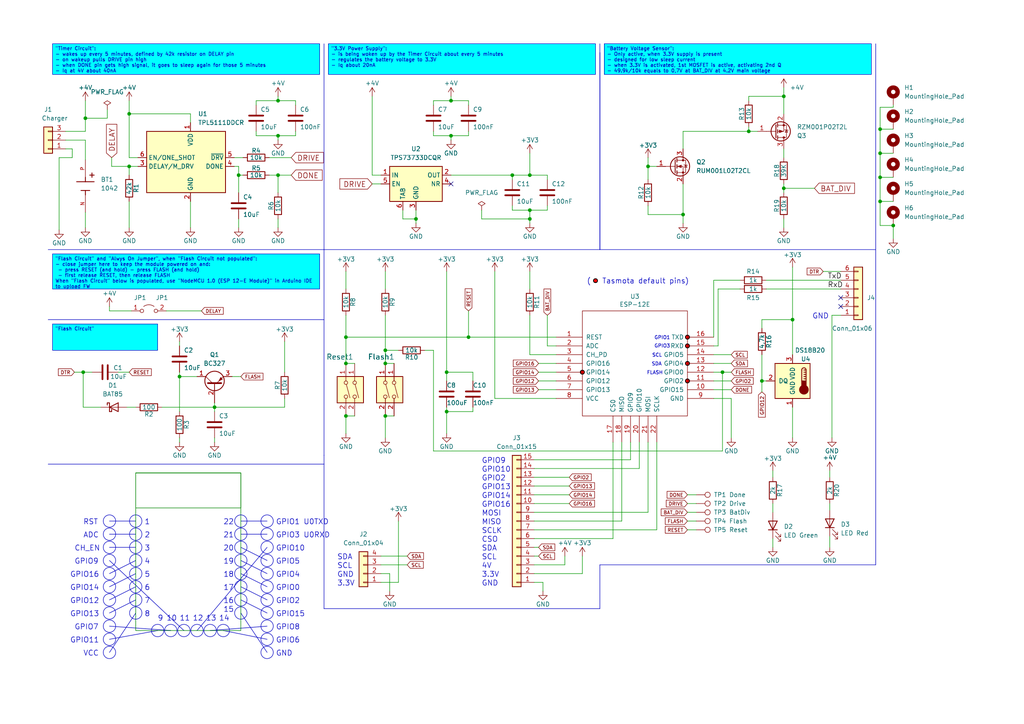
<source format=kicad_sch>
(kicad_sch (version 20230121) (generator eeschema)
  (paper "A4")
  (title_block (title "Long Term Environment Logger (LTEL)") (date "2024-02-28") (rev "2.3") (comment 1 "Thomas Stolt"))
  (junction (at 198.12 62.23))
  (junction (at 37.465 33.02))
  (junction (at 24.765 34.29))
  (junction (at 52.07 109.22))
  (junction (at 69.215 50.8))
  (junction (at 209.55 107.95))
  (junction (at 130.81 29.21))
  (junction (at 220.98 110.49))
  (junction (at 80.645 50.8))
  (junction (at 229.87 92.71))
  (junction (at 24.13 107.95))
  (junction (at 135.89 97.79))
  (junction (at 255.27 37.465))
  (junction (at 153.67 63.5))
  (junction (at 255.27 51.435))
  (junction (at 80.645 39.37))
  (junction (at 37.465 48.26))
  (junction (at 255.27 44.45))
  (junction (at 111.76 101.6))
  (junction (at 100.33 105.41))
  (junction (at 111.76 105.41))
  (junction (at 217.17 38.1))
  (junction (at 129.54 119.38))
  (junction (at 153.67 60.96))
  (junction (at 130.81 39.37))
  (junction (at 227.33 27.94))
  (junction (at 111.76 120.65))
  (junction (at 100.33 97.79))
  (junction (at 153.67 50.8))
  (junction (at 62.23 118.11))
  (junction (at 129.54 107.95))
  (junction (at 259.08 65.405))
  (junction (at 148.59 50.8))
  (junction (at 80.645 29.21))
  (junction (at 120.65 63.5))
  (junction (at 255.27 58.42))
  (junction (at 187.96 48.26))
  (junction (at 100.33 120.65))
  (junction (at 227.33 54.61))
  (no_connect (at 243.84 88.9))
  (no_connect (at 130.81 53.34))
  (no_connect (at 243.84 86.36))
  (wire (pts (xy 55.245 33.02) (xy 55.245 35.56)))
  (wire (pts (xy 220.98 92.71) (xy 220.98 95.25)))
  (wire (pts (xy 153.67 78.74) (xy 153.67 83.82)))
  (wire (pts (xy 148.59 52.07) (xy 148.59 50.8)))
  (polyline (pts (xy 31.75 162.56) (xy 53.34 182.88)))
  (wire (pts (xy 217.17 38.1) (xy 219.71 38.1)))
  (wire (pts (xy 154.94 133.35) (xy 182.88 133.35)))
  (wire (pts (xy 207.01 110.49) (xy 212.09 110.49)))
  (wire (pts (xy 255.27 44.45) (xy 259.08 44.45)))
  (wire (pts (xy 157.48 168.91) (xy 157.48 171.45)))
  (wire (pts (xy 125.73 38.1) (xy 125.73 39.37)))
  (polyline (pts (xy 69.85 154.94) (xy 77.47 154.94)))
  (wire (pts (xy 222.25 83.82) (xy 243.84 83.82)))
  (polyline (pts (xy 31.75 170.18) (xy 39.37 166.37)))
  (wire (pts (xy 107.95 53.34) (xy 110.49 53.34)))
  (wire (pts (xy 20.955 43.18) (xy 19.05 43.18)))
  (wire (pts (xy 190.5 153.67) (xy 154.94 153.67)))
  (wire (pts (xy 198.12 43.18) (xy 198.12 38.1)))
  (wire (pts (xy 207.01 102.87) (xy 212.09 102.87)))
  (polyline (pts (xy 31.75 189.23) (xy 39.37 177.8)))
  (wire (pts (xy 70.485 50.8) (xy 69.215 50.8)))
  (wire (pts (xy 52.07 109.22) (xy 52.07 107.95)))
  (wire (pts (xy 100.33 91.44) (xy 100.33 97.79)))
  (wire (pts (xy 153.67 44.45) (xy 153.67 50.8)))
  (wire (pts (xy 52.07 99.06) (xy 52.07 100.33)))
  (wire (pts (xy 139.7 60.96) (xy 139.7 63.5)))
  (wire (pts (xy 255.27 44.45) (xy 255.27 51.435)))
  (wire (pts (xy 125.73 39.37) (xy 130.81 39.37)))
  (wire (pts (xy 115.57 168.91) (xy 115.57 151.13)))
  (wire (pts (xy 80.645 29.21) (xy 85.725 29.21)))
  (polyline (pts (xy 173.99 15.24) (xy 173.99 72.39)))
  (wire (pts (xy 120.65 60.96) (xy 120.65 63.5)))
  (wire (pts (xy 177.8 128.27) (xy 177.8 156.21)))
  (polyline (pts (xy 31.75 158.75) (xy 39.37 158.75)))
  (wire (pts (xy 199.39 146.05) (xy 201.93 146.05)))
  (polyline (pts (xy 173.99 163.83) (xy 254 163.83)))
  (wire (pts (xy 135.89 39.37) (xy 135.89 38.1)))
  (wire (pts (xy 227.33 53.34) (xy 227.33 54.61)))
  (wire (pts (xy 207.01 81.28) (xy 214.63 81.28)))
  (polyline (pts (xy 254 72.39) (xy 254 163.83)))
  (wire (pts (xy 31.115 34.29) (xy 24.765 34.29)))
  (wire (pts (xy 37.465 33.02) (xy 55.245 33.02)))
  (wire (pts (xy 52.07 109.22) (xy 57.15 109.22)))
  (wire (pts (xy 24.765 61.595) (xy 24.765 66.04)))
  (wire (pts (xy 130.81 27.94) (xy 130.81 29.21)))
  (wire (pts (xy 168.91 166.37) (xy 168.91 161.29)))
  (wire (pts (xy 110.49 168.91) (xy 115.57 168.91)))
  (wire (pts (xy 217.17 27.94) (xy 227.33 27.94)))
  (wire (pts (xy 199.39 148.59) (xy 201.93 148.59)))
  (wire (pts (xy 224.155 146.05) (xy 224.155 148.59)))
  (wire (pts (xy 240.665 155.575) (xy 240.665 158.75)))
  (wire (pts (xy 125.73 130.81) (xy 125.73 101.6)))
  (polyline (pts (xy 13.97 134.62) (xy 93.98 134.62)))
  (wire (pts (xy 80.645 50.8) (xy 84.455 50.8)))
  (wire (pts (xy 17.145 66.675) (xy 17.145 45.72)))
  (wire (pts (xy 31.115 31.75) (xy 31.115 34.29)))
  (wire (pts (xy 156.21 107.95) (xy 161.29 107.95)))
  (wire (pts (xy 69.215 50.8) (xy 69.215 48.26)))
  (wire (pts (xy 120.65 63.5) (xy 120.65 64.77)))
  (wire (pts (xy 187.96 52.07) (xy 187.96 48.26)))
  (wire (pts (xy 153.67 60.96) (xy 158.75 60.96)))
  (wire (pts (xy 100.33 120.65) (xy 102.87 120.65)))
  (wire (pts (xy 17.145 45.72) (xy 20.955 45.72)))
  (wire (pts (xy 62.23 116.84) (xy 62.23 118.11)))
  (polyline (pts (xy 13.97 92.71) (xy 93.98 92.71)))
  (wire (pts (xy 156.21 110.49) (xy 161.29 110.49)))
  (polyline (pts (xy 77.47 181.61) (xy 60.96 182.88)))
  (wire (pts (xy 259.08 31.115) (xy 255.27 31.115)))
  (wire (pts (xy 154.94 161.29) (xy 156.21 161.29)))
  (wire (pts (xy 111.76 78.74) (xy 111.76 83.82)))
  (wire (pts (xy 187.96 48.26) (xy 190.5 48.26)))
  (polyline (pts (xy 69.85 177.8) (xy 77.47 189.23)))
  (wire (pts (xy 100.33 78.74) (xy 100.33 83.82)))
  (wire (pts (xy 129.54 107.95) (xy 137.16 107.95)))
  (wire (pts (xy 185.42 128.27) (xy 185.42 135.89)))
  (wire (pts (xy 20.955 45.72) (xy 20.955 43.18)))
  (wire (pts (xy 154.94 143.51) (xy 165.1 143.51)))
  (wire (pts (xy 209.55 107.95) (xy 212.09 107.95)))
  (wire (pts (xy 111.76 120.65) (xy 114.3 120.65)))
  (wire (pts (xy 137.16 118.11) (xy 137.16 119.38)))
  (wire (pts (xy 220.98 110.49) (xy 222.25 110.49)))
  (wire (pts (xy 156.21 105.41) (xy 161.29 105.41)))
  (wire (pts (xy 100.33 97.79) (xy 135.89 97.79)))
  (wire (pts (xy 198.12 62.23) (xy 198.12 64.77)))
  (wire (pts (xy 78.105 45.72) (xy 84.455 45.72)))
  (wire (pts (xy 255.27 58.42) (xy 255.27 65.405)))
  (wire (pts (xy 129.54 119.38) (xy 129.54 125.73)))
  (wire (pts (xy 161.29 100.33) (xy 158.75 100.33)))
  (wire (pts (xy 100.33 97.79) (xy 100.33 105.41)))
  (wire (pts (xy 227.33 25.4) (xy 227.33 27.94)))
  (wire (pts (xy 55.245 58.42) (xy 55.245 66.04)))
  (polyline (pts (xy 31.75 185.42) (xy 45.72 182.88)))
  (wire (pts (xy 153.67 91.44) (xy 153.67 102.87)))
  (wire (pts (xy 182.88 128.27) (xy 182.88 133.35)))
  (wire (pts (xy 255.27 31.115) (xy 255.27 37.465)))
  (wire (pts (xy 74.295 39.37) (xy 80.645 39.37)))
  (wire (pts (xy 31.75 90.17) (xy 38.1 90.17)))
  (wire (pts (xy 37.465 50.8) (xy 37.465 48.26)))
  (wire (pts (xy 154.94 168.91) (xy 157.48 168.91)))
  (wire (pts (xy 36.83 118.11) (xy 39.37 118.11)))
  (wire (pts (xy 129.54 107.95) (xy 129.54 78.74)))
  (wire (pts (xy 80.645 39.37) (xy 85.725 39.37)))
  (polyline (pts (xy 31.75 177.8) (xy 39.37 173.99)))
  (wire (pts (xy 129.54 110.49) (xy 129.54 107.95)))
  (wire (pts (xy 110.49 161.29) (xy 118.11 161.29)))
  (polyline (pts (xy 31.75 166.37) (xy 39.37 162.56)))
  (wire (pts (xy 227.33 43.18) (xy 227.33 45.72)))
  (wire (pts (xy 100.33 125.73) (xy 100.33 120.65)))
  (wire (pts (xy 199.39 151.13) (xy 201.93 151.13)))
  (polyline (pts (xy 77.47 185.42) (xy 64.77 182.88)))
  (wire (pts (xy 177.8 156.21) (xy 154.94 156.21)))
  (polyline (pts (xy 69.85 166.37) (xy 77.47 170.18)))
  (wire (pts (xy 238.76 78.74) (xy 243.84 78.74)))
  (wire (pts (xy 129.54 119.38) (xy 137.16 119.38)))
  (wire (pts (xy 19.05 38.1) (xy 24.765 38.1)))
  (wire (pts (xy 255.27 51.435) (xy 259.08 51.435)))
  (polyline (pts (xy 173.99 163.83) (xy 173.99 176.53)))
  (wire (pts (xy 74.295 38.1) (xy 74.295 39.37)))
  (wire (pts (xy 148.59 60.96) (xy 153.67 60.96)))
  (polyline (pts (xy 173.99 72.39) (xy 254 72.39)))
  (wire (pts (xy 185.42 135.89) (xy 154.94 135.89)))
  (wire (pts (xy 125.73 130.81) (xy 209.55 130.81)))
  (polyline (pts (xy 69.85 170.18) (xy 77.47 173.99)))
  (wire (pts (xy 158.75 50.8) (xy 158.75 52.07)))
  (polyline (pts (xy 93.98 12.7) (xy 93.98 72.39)))
  (wire (pts (xy 198.12 38.1) (xy 217.17 38.1)))
  (wire (pts (xy 24.13 118.11) (xy 29.21 118.11)))
  (wire (pts (xy 180.34 151.13) (xy 154.94 151.13)))
  (wire (pts (xy 220.98 102.87) (xy 220.98 110.49)))
  (wire (pts (xy 227.33 54.61) (xy 227.33 55.88)))
  (wire (pts (xy 255.27 37.465) (xy 255.27 44.45)))
  (wire (pts (xy 67.945 48.26) (xy 69.215 48.26)))
  (wire (pts (xy 125.73 29.21) (xy 130.81 29.21)))
  (wire (pts (xy 24.13 107.95) (xy 24.13 118.11)))
  (wire (pts (xy 241.3 91.44) (xy 241.3 127)))
  (polyline (pts (xy 173.99 12.7) (xy 173.99 72.39)))
  (wire (pts (xy 62.23 118.11) (xy 82.55 118.11)))
  (wire (pts (xy 207.01 107.95) (xy 209.55 107.95)))
  (wire (pts (xy 129.54 118.11) (xy 129.54 119.38)))
  (polyline (pts (xy 13.97 72.39) (xy 93.98 72.39)))
  (wire (pts (xy 111.76 120.65) (xy 111.76 127)))
  (wire (pts (xy 110.49 163.83) (xy 118.11 163.83)))
  (wire (pts (xy 163.83 163.83) (xy 163.83 161.29)))
  (wire (pts (xy 74.295 29.21) (xy 80.645 29.21)))
  (wire (pts (xy 207.01 100.33) (xy 208.28 100.33)))
  (wire (pts (xy 111.76 105.41) (xy 114.3 105.41)))
  (wire (pts (xy 100.33 105.41) (xy 102.87 105.41)))
  (wire (pts (xy 229.87 118.11) (xy 229.87 127)))
  (wire (pts (xy 74.295 30.48) (xy 74.295 29.21)))
  (wire (pts (xy 255.27 51.435) (xy 255.27 58.42)))
  (wire (pts (xy 153.67 63.5) (xy 153.67 64.77)))
  (wire (pts (xy 31.75 88.9) (xy 31.75 90.17)))
  (wire (pts (xy 255.27 37.465) (xy 259.08 37.465)))
  (wire (pts (xy 154.94 138.43) (xy 165.1 138.43)))
  (wire (pts (xy 107.95 27.94) (xy 107.95 50.8)))
  (polyline (pts (xy 93.98 132.08) (xy 93.98 176.53)))
  (wire (pts (xy 24.765 40.64) (xy 24.765 46.355)))
  (wire (pts (xy 62.23 127) (xy 62.23 128.27)))
  (wire (pts (xy 153.67 60.96) (xy 153.67 63.5)))
  (wire (pts (xy 80.645 66.04) (xy 80.645 63.5)))
  (wire (pts (xy 217.17 36.83) (xy 217.17 38.1)))
  (wire (pts (xy 227.33 54.61) (xy 236.22 54.61)))
  (wire (pts (xy 209.55 107.95) (xy 209.55 130.81)))
  (polyline (pts (xy 31.75 173.99) (xy 39.37 170.18)))
  (wire (pts (xy 212.09 115.57) (xy 212.09 127)))
  (wire (pts (xy 240.665 136.525) (xy 240.665 138.43)))
  (wire (pts (xy 69.215 63.5) (xy 69.215 66.04)))
  (wire (pts (xy 156.21 113.03) (xy 161.29 113.03)))
  (polyline (pts (xy 69.85 158.75) (xy 77.47 162.56)))
  (wire (pts (xy 37.465 29.21) (xy 37.465 33.02)))
  (wire (pts (xy 137.16 107.95) (xy 137.16 110.49)))
  (wire (pts (xy 37.465 45.72) (xy 37.465 33.02)))
  (polyline (pts (xy 69.85 162.56) (xy 77.47 166.37)))
  (wire (pts (xy 222.25 81.28) (xy 243.84 81.28)))
  (wire (pts (xy 80.645 50.8) (xy 80.645 55.88)))
  (polyline (pts (xy 31.75 151.13) (xy 39.37 151.13)))
  (polyline (pts (xy 69.85 173.99) (xy 77.47 177.8)))
  (wire (pts (xy 85.725 29.21) (xy 85.725 30.48)))
  (wire (pts (xy 78.105 50.8) (xy 80.645 50.8)))
  (wire (pts (xy 207.01 97.79) (xy 207.01 81.28)))
  (wire (pts (xy 243.84 91.44) (xy 241.3 91.44)))
  (wire (pts (xy 24.13 107.95) (xy 26.67 107.95)))
  (wire (pts (xy 113.03 166.37) (xy 113.03 171.45)))
  (wire (pts (xy 187.96 62.23) (xy 198.12 62.23)))
  (wire (pts (xy 158.75 100.33) (xy 158.75 91.44)))
  (wire (pts (xy 111.76 91.44) (xy 111.76 101.6)))
  (wire (pts (xy 240.665 147.955) (xy 240.665 146.05)))
  (wire (pts (xy 143.51 115.57) (xy 161.29 115.57)))
  (wire (pts (xy 62.23 118.11) (xy 46.99 118.11)))
  (polyline (pts (xy 254 12.7) (xy 254 72.39)))
  (wire (pts (xy 217.17 29.21) (xy 217.17 27.94)))
  (wire (pts (xy 207.01 115.57) (xy 212.09 115.57)))
  (wire (pts (xy 139.7 63.5) (xy 153.67 63.5)))
  (wire (pts (xy 82.55 118.11) (xy 82.55 115.57)))
  (wire (pts (xy 111.76 101.6) (xy 115.57 101.6)))
  (wire (pts (xy 21.59 107.95) (xy 24.13 107.95)))
  (wire (pts (xy 52.07 109.22) (xy 52.07 119.38)))
  (wire (pts (xy 180.34 128.27) (xy 180.34 151.13)))
  (wire (pts (xy 125.73 101.6) (xy 123.19 101.6)))
  (wire (pts (xy 259.08 30.48) (xy 259.08 31.115)))
  (wire (pts (xy 82.55 99.06) (xy 82.55 107.95)))
  (wire (pts (xy 154.94 158.75) (xy 156.21 158.75)))
  (wire (pts (xy 208.28 83.82) (xy 214.63 83.82)))
  (wire (pts (xy 153.67 50.8) (xy 158.75 50.8)))
  (wire (pts (xy 207.01 113.03) (xy 212.09 113.03)))
  (wire (pts (xy 199.39 143.51) (xy 201.93 143.51)))
  (wire (pts (xy 187.96 128.27) (xy 187.96 148.59)))
  (wire (pts (xy 229.87 92.71) (xy 229.87 102.87)))
  (wire (pts (xy 85.725 39.37) (xy 85.725 38.1)))
  (polyline (pts (xy 31.75 181.61) (xy 49.53 182.88)))
  (polyline (pts (xy 77.47 158.75) (xy 57.15 182.88)))
  (wire (pts (xy 207.01 105.41) (xy 212.09 105.41)))
  (polyline (pts (xy 31.75 154.94) (xy 39.37 154.94)))
  (wire (pts (xy 80.645 27.94) (xy 80.645 29.21)))
  (wire (pts (xy 125.73 30.48) (xy 125.73 29.21)))
  (wire (pts (xy 67.945 45.72) (xy 70.485 45.72)))
  (wire (pts (xy 227.33 27.94) (xy 227.33 33.02)))
  (wire (pts (xy 69.215 55.88) (xy 69.215 50.8)))
  (wire (pts (xy 148.59 59.69) (xy 148.59 60.96)))
  (wire (pts (xy 135.89 90.17) (xy 135.89 97.79)))
  (wire (pts (xy 143.51 78.74) (xy 143.51 115.57)))
  (polyline (pts (xy 93.98 72.39) (xy 93.98 132.08)))
  (wire (pts (xy 62.23 118.11) (xy 62.23 119.38)))
  (wire (pts (xy 227.33 63.5) (xy 227.33 66.04)))
  (wire (pts (xy 32.385 45.72) (xy 32.385 48.26)))
  (wire (pts (xy 135.89 29.21) (xy 135.89 30.48)))
  (wire (pts (xy 110.49 166.37) (xy 113.03 166.37)))
  (wire (pts (xy 116.84 63.5) (xy 120.65 63.5)))
  (wire (pts (xy 24.765 29.21) (xy 24.765 34.29)))
  (wire (pts (xy 111.76 101.6) (xy 111.76 105.41)))
  (wire (pts (xy 208.28 100.33) (xy 208.28 83.82)))
  (wire (pts (xy 107.95 50.8) (xy 110.49 50.8)))
  (wire (pts (xy 32.385 48.26) (xy 37.465 48.26)))
  (wire (pts (xy 224.155 156.21) (xy 224.155 158.75)))
  (wire (pts (xy 255.27 58.42) (xy 259.08 58.42)))
  (wire (pts (xy 48.26 90.17) (xy 58.42 90.17)))
  (wire (pts (xy 224.155 136.525) (xy 224.155 138.43)))
  (wire (pts (xy 130.81 39.37) (xy 130.81 40.64)))
  (wire (pts (xy 154.94 166.37) (xy 168.91 166.37)))
  (wire (pts (xy 190.5 128.27) (xy 190.5 153.67)))
  (wire (pts (xy 135.89 97.79) (xy 161.29 97.79)))
  (wire (pts (xy 153.67 102.87) (xy 161.29 102.87)))
  (wire (pts (xy 24.765 40.64) (xy 19.05 40.64)))
  (wire (pts (xy 220.98 92.71) (xy 229.87 92.71)))
  (polyline (pts (xy 69.85 151.13) (xy 77.47 151.13)))
  (polyline (pts (xy 93.98 72.39) (xy 173.99 72.39)))
  (wire (pts (xy 148.59 50.8) (xy 153.67 50.8)))
  (wire (pts (xy 37.465 48.26) (xy 40.005 48.26)))
  (wire (pts (xy 116.84 60.96) (xy 116.84 63.5)))
  (wire (pts (xy 187.96 45.72) (xy 187.96 48.26)))
  (wire (pts (xy 220.98 110.49) (xy 220.98 113.665)))
  (wire (pts (xy 34.29 107.95) (xy 37.465 107.95)))
  (wire (pts (xy 187.96 59.69) (xy 187.96 62.23)))
  (wire (pts (xy 259.08 65.405) (xy 259.08 69.215)))
  (wire (pts (xy 154.94 140.97) (xy 165.1 140.97)))
  (wire (pts (xy 154.94 163.83) (xy 163.83 163.83)))
  (wire (pts (xy 255.27 65.405) (xy 259.08 65.405)))
  (wire (pts (xy 154.94 146.05) (xy 165.1 146.05)))
  (wire (pts (xy 187.96 148.59) (xy 154.94 148.59)))
  (wire (pts (xy 158.75 60.96) (xy 158.75 59.69)))
  (wire (pts (xy 24.765 34.29) (xy 24.765 38.1)))
  (wire (pts (xy 37.465 66.04) (xy 37.465 58.42)))
  (wire (pts (xy 67.31 109.22) (xy 69.85 109.22)))
  (wire (pts (xy 52.07 127) (xy 52.07 128.27)))
  (wire (pts (xy 40.005 45.72) (xy 37.465 45.72)))
  (wire (pts (xy 199.39 153.67) (xy 201.93 153.67)))
  (wire (pts (xy 80.645 39.37) (xy 80.645 40.64)))
  (wire (pts (xy 198.12 53.34) (xy 198.12 62.23)))
  (wire (pts (xy 229.87 77.47) (xy 229.87 92.71)))
  (wire (pts (xy 130.81 50.8) (xy 148.59 50.8)))
  (polyline (pts (xy 93.98 176.53) (xy 173.99 176.53)))
  (wire (pts (xy 130.81 29.21) (xy 135.89 29.21)))
  (wire (pts (xy 130.81 39.37) (xy 135.89 39.37)))
  (circle (center 31.75 181.61) (radius 1.7961))
  (circle (center 69.85 177.8) (radius 1.7961))
  (circle (center 31.75 173.99) (radius 1.7961))
  (circle (center 39.37 151.13) (radius 1.7961))
  (circle (center 31.75 177.8) (radius 1.7961))
  (circle (center 49.53 182.88) (radius 1.7961))
  (rectangle (start 39.37 137.16) (end 69.85 147.32) (stroke (width 0) (color 0 132 0 1)))
  (circle (center 77.47 173.99) (radius 1.7961))
  (circle (center 31.75 162.56) (radius 1.7961))
  (circle (center 77.47 181.61) (radius 1.7961))
  (circle (center 69.85 154.94) (radius 1.7961))
  (circle (center 69.85 173.99) (radius 1.7961))
  (circle (center 39.37 170.18) (radius 1.7961))
  (circle (center 77.47 189.23) (radius 1.7961))
  (circle (center 77.47 154.94) (radius 1.7961))
  (circle (center 64.77 182.88) (radius 1.7961))
  (circle (center 57.15 182.88) (radius 1.7961))
  (circle (center 31.75 166.37) (radius 1.7961))
  (circle (center 39.37 158.75) (radius 1.7961))
  (circle (center 77.47 158.75) (radius 1.7961))
  (circle (center 31.75 185.42) (radius 1.7961))
  (circle (center 199.39 105.41) (radius 0.568) (stroke (width 0.25) (color 0 0 0 1)) (fill (type color) (color 255 0 0 1)))
  (circle (center 69.85 166.37) (radius 1.7961))
  (circle (center 39.37 177.8) (radius 1.7961))
  (circle (center 31.75 151.13) (radius 1.7961))
  (circle (center 77.47 170.18) (radius 1.7961))
  (circle (center 39.37 166.37) (radius 1.7961))
  (circle (center 172.72 81.407) (radius 0.568) (stroke (width 0.25) (color 0 0 0 1)) (fill (type color) (color 255 0 0 1)))
  (circle (center 69.85 158.75) (radius 1.7961))
  (circle (center 69.85 151.13) (radius 1.7961))
  (circle (center 199.39 100.33) (radius 0.568) (stroke (width 0.25) (color 0 0 0 1)) (fill (type color) (color 255 0 0 1)))
  (circle (center 39.37 162.56) (radius 1.7961))
  (circle (center 77.47 177.8) (radius 1.7961))
  (circle (center 77.47 166.37) (radius 1.7961))
  (circle (center 45.72 182.88) (radius 1.7961))
  (circle (center 77.47 151.13) (radius 1.7961))
  (circle (center 31.75 189.23) (radius 1.7961))
  (circle (center 60.96 182.88) (radius 1.7961))
  (circle (center 39.37 173.99) (radius 1.7961))
  (circle (center 53.34 182.88) (radius 1.7961))
  (circle (center 77.47 162.56) (radius 1.7961))
  (circle (center 39.37 154.94) (radius 1.7961))
  (circle (center 69.85 170.18) (radius 1.7961))
  (circle (center 69.85 162.56) (radius 1.7961))
  (circle (center 199.39 110.49) (radius 0.568) (stroke (width 0.25) (color 0 0 0 1)) (fill (type color) (color 255 0 0 1)))
  (rectangle (start 39.37 137.16) (end 69.85 182.88) (stroke (width 0) (color 0 132 0 1)))
  (circle (center 31.75 158.75) (radius 1.7961))
  (circle (center 199.39 97.79) (radius 0.568) (stroke (width 0.25) (color 0 0 0 1)) (fill (type color) (color 255 0 0 1)))
  (circle (center 77.47 185.42) (radius 1.7961))
  (circle (center 31.75 154.94) (radius 1.7961))
  (circle (center 31.75 170.18) (radius 1.7961))
  (circle (center 168.91 107.95) (radius 0.568) (stroke (width 0.25) (color 0 0 0 1)) (fill (type color) (color 255 0 0 1)))
  (text_box "\"Battery Voltage Sensor\":\n- Only active, when 3.3V supply is present\n- designed for low sleep current\n- when 3.3V is activated, 1st MOSFET is active, activating 2nd Q\n- 49.9k/10k equals to 0,7V at BAT_DIV at 4.2V main voltage" (at 175.26 12.7 0) (size 77.47 8.89) (fill (type color) (color 0 255 255 1)) (effects (font (size 1 1)) (justify left top)))
  (text_box "\"Timer Circuit\":\n- wakes up every 5 minutes, defined by 42k resistor on DELAY pin\n- on wakeup pulls DRIVE pin high\n- when DONE pin gets high signal, it goes to sleep again for those 5 minutes\n- Iq at 4V about 40nA" (at 15.24 12.7 0) (size 77.47 8.89) (fill (type color) (color 0 255 255 1)) (effects (font (size 1 1)) (justify left top)))
  (text_box "\"3.3V Power Supply\":\n- is being woken up by the Timer Circuit about every 5 minutes\n- regulates the battery voltage to 3.3V\n- Iq about 20nA" (at 95.25 12.7 0) (size 77.47 8.89) (fill (type color) (color 0 255 255 1)) (effects (font (size 1 1)) (justify left top)))
  (text_box "\"Flash Circuit\" and \"Alwys On Jumper\", when \"Flash Circuit not populated\":\n- close jumper here to keep the module powered on and:\n - press RESET (and hold) - press FLASH (and hold)\n - first release RESET, then release FLASH\nWhen \"Flash Circuit\" below is populated, use \"NodeMCU 1.0 (ESP 12-E Module)\" in Arduino IDE to upload FW" (at 15.24 73.66 0) (size 77.47 10.16) (fill (type color) (color 0 255 255 1)) (effects (font (size 1 1)) (justify left top)))
  (text_box "\"Flash Circuit\"" (at 15.24 93.98 0) (size 30.48 7.62) (fill (type color) (color 0 255 255 1)) (effects (font (size 1 1)) (justify left top)))
  (text "GPIO1" (at 189.738 98.679 0) (effects (font (size 1 1)) (justify left bottom)))
  (text "5" (at 41.91 167.64 0) (effects (font (size 1.524 1.524)) (justify left bottom)))
  (text "4" (at 41.91 163.83 0) (effects (font (size 1.524 1.524)) (justify left bottom)))
  (text "6" (at 41.91 171.45 0) (effects (font (size 1.524 1.524)) (justify left bottom)))
  (text "GPIO14" (at 139.7 144.78 0) (effects (font (size 1.524 1.524)) (justify left bottom)))
  (text "14" (at 63.5 180.34 0) (effects (font (size 1.524 1.524)) (justify left bottom)))
  (text "13" (at 59.69 180.34 0) (effects (font (size 1.524 1.524)) (justify left bottom)))
  (text "3" (at 41.91 160.02 0) (effects (font (size 1.524 1.524)) (justify left bottom)))
  (text "16" (at 64.77 175.26 0) (effects (font (size 1.524 1.524)) (justify left bottom)))
  (text "GPIO1 U0TXD" (at 80.01 152.4 0) (effects (font (size 1.524 1.524)) (justify left bottom)))
  (text "GPIO8" (at 80.01 182.88 0) (effects (font (size 1.524 1.524)) (justify left bottom)))
  (text "15" (at 64.77 177.8 0) (effects (font (size 1.524 1.524)) (justify left bottom)))
  (text "11" (at 52.07 180.34 0) (effects (font (size 1.524 1.524)) (justify left bottom)))
  (text "GPIO4" (at 80.01 167.64 0) (effects (font (size 1.524 1.524)) (justify left bottom)))
  (text "GPIO13" (at 20.32 179.07 0) (effects (font (size 1.524 1.524)) (justify left bottom)))
  (text "GPIO16" (at 139.7 147.32 0) (effects (font (size 1.524 1.524)) (justify left bottom)))
  (text "(   Tasmota default pins)" (at 170.18 82.55 0) (effects (font (size 1.5 1.5)) (justify left bottom)))
  (text "GPIO9" (at 21.59 163.83 0) (effects (font (size 1.524 1.524)) (justify left bottom)))
  (text "1" (at 41.91 152.4 0) (effects (font (size 1.524 1.524)) (justify left bottom)))
  (text "GPIO7" (at 21.59 182.88 0) (effects (font (size 1.524 1.524)) (justify left bottom)))
  (text "GPIO16" (at 20.32 167.64 0) (effects (font (size 1.524 1.524)) (justify left bottom)))
  (text "12" (at 55.88 180.34 0) (effects (font (size 1.524 1.524)) (justify left bottom)))
  (text "GND" (at 139.7 170.18 0) (effects (font (size 1.524 1.524)) (justify left bottom)))
  (text "GPIO2" (at 139.7 139.7 0) (effects (font (size 1.524 1.524)) (justify left bottom)))
  (text "SDA" (at 139.7 160.02 0) (effects (font (size 1.524 1.524)) (justify left bottom)))
  (text "FLASH" (at 187.579 108.839 0) (effects (font (size 1 1)) (justify left bottom)))
  (text "GND" (at 80.01 190.5 0) (effects (font (size 1.524 1.524)) (justify left bottom)))
  (text "7" (at 41.91 175.26 0) (effects (font (size 1.524 1.524)) (justify left bottom)))
  (text "GPIO9" (at 139.7 134.62 0) (effects (font (size 1.524 1.524)) (justify left bottom)))
  (text "GPIO6" (at 80.01 186.69 0) (effects (font (size 1.524 1.524)) (justify left bottom)))
  (text "GPIO0" (at 80.01 171.45 0) (effects (font (size 1.524 1.524)) (justify left bottom)))
  (text "22" (at 64.77 152.4 0) (effects (font (size 1.524 1.524)) (justify left bottom)))
  (text "SDA" (at 97.79 162.56 0) (effects (font (size 1.524 1.524)) (justify left bottom)))
  (text "MISO" (at 139.7 152.4 0) (effects (font (size 1.524 1.524)) (justify left bottom)))
  (text "SCL" (at 189.103 103.759 0) (effects (font (size 1 1)) (justify left bottom)))
  (text "18" (at 64.77 167.64 0) (effects (font (size 1.524 1.524)) (justify left bottom)))
  (text "20" (at 64.77 160.02 0) (effects (font (size 1.524 1.524)) (justify left bottom)))
  (text "SDA" (at 188.976 106.299 0) (effects (font (size 1 1)) (justify left bottom)))
  (text "GPIO15" (at 80.01 179.07 0) (effects (font (size 1.524 1.524)) (justify left bottom)))
  (text "GPIO10" (at 80.01 160.02 0) (effects (font (size 1.524 1.524)) (justify left bottom)))
  (text "CH_EN" (at 21.59 160.02 0) (effects (font (size 1.524 1.524)) (justify left bottom)))
  (text "17" (at 64.77 171.45 0) (effects (font (size 1.524 1.524)) (justify left bottom)))
  (text "SCL" (at 97.79 165.1 0) (effects (font (size 1.524 1.524)) (justify left bottom)))
  (text "GPIO14" (at 20.32 171.45 0) (effects (font (size 1.524 1.524)) (justify left bottom)))
  (text "21" (at 64.77 156.21 0) (effects (font (size 1.524 1.524)) (justify left bottom)))
  (text "VCC" (at 24.13 190.5 0) (effects (font (size 1.524 1.524)) (justify left bottom)))
  (text "10" (at 48.26 180.34 0) (effects (font (size 1.524 1.524)) (justify left bottom)))
  (text "GPIO11" (at 20.32 186.69 0) (effects (font (size 1.524 1.524)) (justify left bottom)))
  (text "9" (at 45.72 180.34 0) (effects (font (size 1.524 1.524)) (justify left bottom)))
  (text "GPIO5" (at 80.01 163.83 0) (effects (font (size 1.524 1.524)) (justify left bottom)))
  (text "CSO" (at 139.7 157.48 0) (effects (font (size 1.524 1.524)) (justify left bottom)))
  (text "4V" (at 139.7 165.1 0) (effects (font (size 1.524 1.524)) (justify left bottom)))
  (text "MOSI" (at 139.7 149.86 0) (effects (font (size 1.524 1.524)) (justify left bottom)))
  (text "3.3V" (at 139.7 167.64 0) (effects (font (size 1.524 1.524)) (justify left bottom)))
  (text "SCL" (at 139.7 162.56 0) (effects (font (size 1.524 1.524)) (justify left bottom)))
  (text "3.3V" (at 97.79 170.18 0) (effects (font (size 1.524 1.524)) (justify left bottom)))
  (text "GPIO10" (at 139.7 137.16 0) (effects (font (size 1.524 1.524)) (justify left bottom)))
  (text "19" (at 64.77 163.83 0) (effects (font (size 1.524 1.524)) (justify left bottom)))
  (text "SCLK" (at 139.7 154.94 0) (effects (font (size 1.524 1.524)) (justify left bottom)))
  (text "2" (at 41.91 156.21 0) (effects (font (size 1.524 1.524)) (justify left bottom)))
  (text "8" (at 41.91 179.07 0) (effects (font (size 1.524 1.524)) (justify left bottom)))
  (text "GPIO3" (at 189.738 101.092 0) (effects (font (size 1 1)) (justify left bottom)))
  (text "GPIO3 U0RXD" (at 80.01 156.21 0) (effects (font (size 1.524 1.524)) (justify left bottom)))
  (text "GPIO12" (at 20.32 175.26 0) (effects (font (size 1.524 1.524)) (justify left bottom)))
  (text "GPIO13" (at 139.7 142.24 0) (effects (font (size 1.524 1.524)) (justify left bottom)))
  (text "ADC" (at 24.13 156.21 0) (effects (font (size 1.524 1.524)) (justify left bottom)))
  (text "GND" (at 235.585 92.71 0) (effects (font (size 1.524 1.524)) (justify left bottom)))
  (text "RST" (at 24.13 152.4 0) (effects (font (size 1.524 1.524)) (justify left bottom)))
  (text "GND" (at 97.79 167.64 0) (effects (font (size 1.524 1.524)) (justify left bottom)))
  (text "GPIO2" (at 80.01 175.26 0) (effects (font (size 1.524 1.524)) (justify left bottom)))
  (label "TxD" (at 240.03 81.28 0) (effects (font (size 1.524 1.524))))
  (label "RxD" (at 240.03 83.82 0) (effects (font (size 1.524 1.524))))
  (global_label "DRIVE" (shape input) (at 84.455 45.72 0) (effects (font (size 1.524 1.524))) (property "Intersheetrefs" "${INTERSHEET_REFS}" (effects hide)))
  (global_label "FLASH" (shape input) (at 212.09 107.95 0) (effects (font (size 1 1))) (property "Intersheetrefs" "${INTERSHEET_REFS}" (effects hide)))
  (global_label "DONE" (shape input) (at 199.39 143.51 180) (effects (font (size 1 1))) (property "Intersheetrefs" "${INTERSHEET_REFS}" (effects hide)))
  (global_label "DRIVE" (shape input) (at 199.39 146.05 180) (effects (font (size 1 1))) (property "Intersheetrefs" "${INTERSHEET_REFS}" (effects hide)))
  (global_label "SCL" (shape input) (at 118.11 163.83 0) (effects (font (size 1 1))) (property "Intersheetrefs" "${INTERSHEET_REFS}" (effects hide)))
  (global_label "GPIO12" (shape input) (at 220.98 113.665 270) (effects (font (size 1 1))) (property "Intersheetrefs" "${INTERSHEET_REFS}" (effects hide)))
  (global_label "GPIO16" (shape input) (at 165.1 146.05 0) (effects (font (size 1 1))) (property "Intersheetrefs" "${INTERSHEET_REFS}" (effects hide)))
  (global_label "SDA" (shape input) (at 156.21 158.75 0) (effects (font (size 1 1))) (property "Intersheetrefs" "${INTERSHEET_REFS}" (effects hide)))
  (global_label "SDA" (shape input) (at 212.09 105.41 0) (effects (font (size 1 1))) (property "Intersheetrefs" "${INTERSHEET_REFS}" (effects hide)))
  (global_label "GPIO16" (shape input) (at 156.21 105.41 180) (effects (font (size 1 1))) (property "Intersheetrefs" "${INTERSHEET_REFS}" (effects hide)))
  (global_label "GPIO13" (shape input) (at 165.1 140.97 0) (effects (font (size 1 1))) (property "Intersheetrefs" "${INTERSHEET_REFS}" (effects hide)))
  (global_label "GPIO12" (shape input) (at 156.21 110.49 180) (effects (font (size 1 1))) (property "Intersheetrefs" "${INTERSHEET_REFS}" (effects hide)))
  (global_label "BAT_DIV" (shape input) (at 236.22 54.61 0) (effects (font (size 1.524 1.524))) (property "Intersheetrefs" "${INTERSHEET_REFS}" (effects hide)))
  (global_label "DTR" (shape input) (at 238.76 78.74 180) (effects (font (size 1 1))) (property "Intersheetrefs" "${INTERSHEET_REFS}" (effects hide)))
  (global_label "DTR" (shape input) (at 21.59 107.95 180) (effects (font (size 1 1))) (property "Intersheetrefs" "${INTERSHEET_REFS}" (effects hide)))
  (global_label "BAT_DIV" (shape input) (at 199.39 148.59 180) (effects (font (size 1 1))) (property "Intersheetrefs" "${INTERSHEET_REFS}" (effects hide)))
  (global_label "GPIO14" (shape input) (at 156.21 107.95 180) (effects (font (size 1 1))) (property "Intersheetrefs" "${INTERSHEET_REFS}" (effects hide)))
  (global_label "DELAY" (shape input) (at 32.385 45.72 90) (effects (font (size 1.524 1.524))) (property "Intersheetrefs" "${INTERSHEET_REFS}" (effects hide)))
  (global_label "DONE" (shape input) (at 84.455 50.8 0) (effects (font (size 1.524 1.524))) (property "Intersheetrefs" "${INTERSHEET_REFS}" (effects hide)))
  (global_label "DRIVE" (shape input) (at 107.95 53.34 180) (effects (font (size 1.524 1.524))) (property "Intersheetrefs" "${INTERSHEET_REFS}" (effects hide)))
  (global_label "RESET" (shape input) (at 199.39 153.67 180) (effects (font (size 1 1))) (property "Intersheetrefs" "${INTERSHEET_REFS}" (effects hide)))
  (global_label "FLASH" (shape input) (at 199.39 151.13 180) (effects (font (size 1 1))) (property "Intersheetrefs" "${INTERSHEET_REFS}" (effects hide)))
  (global_label "SDA" (shape input) (at 118.11 161.29 0) (effects (font (size 1 1))) (property "Intersheetrefs" "${INTERSHEET_REFS}" (effects hide)))
  (global_label "RESET" (shape input) (at 37.465 107.95 0) (effects (font (size 1 1))) (property "Intersheetrefs" "${INTERSHEET_REFS}" (effects hide)))
  (global_label "SCL" (shape input) (at 212.09 102.87 0) (effects (font (size 1 1))) (property "Intersheetrefs" "${INTERSHEET_REFS}" (effects hide)))
  (global_label "SCL" (shape input) (at 156.21 161.29 0) (effects (font (size 1 1))) (property "Intersheetrefs" "${INTERSHEET_REFS}" (effects hide)))
  (global_label "RESET" (shape input) (at 135.89 90.17 90) (effects (font (size 1 1))) (property "Intersheetrefs" "${INTERSHEET_REFS}" (effects hide)))
  (global_label "DELAY" (shape input) (at 58.42 90.17 0) (effects (font (size 1 1))) (property "Intersheetrefs" "${INTERSHEET_REFS}" (effects hide)))
  (global_label "GPIO2" (shape input) (at 165.1 138.43 0) (effects (font (size 1 1))) (property "Intersheetrefs" "${INTERSHEET_REFS}" (effects hide)))
  (global_label "GPIO2" (shape input) (at 212.09 110.49 0) (effects (font (size 1 1))) (property "Intersheetrefs" "${INTERSHEET_REFS}" (effects hide)))
  (global_label "GPIO14" (shape input) (at 165.1 143.51 0) (effects (font (size 1 1))) (property "Intersheetrefs" "${INTERSHEET_REFS}" (effects hide)))
  (global_label "BAT_DIV" (shape input) (at 158.75 91.44 90) (effects (font (size 1 1))) (property "Intersheetrefs" "${INTERSHEET_REFS}" (effects hide)))
  (global_label "GPIO13" (shape input) (at 156.21 113.03 180) (effects (font (size 1 1))) (property "Intersheetrefs" "${INTERSHEET_REFS}" (effects hide)))
  (global_label "DONE" (shape input) (at 212.09 113.03 0) (effects (font (size 1 1))) (property "Intersheetrefs" "${INTERSHEET_REFS}" (effects hide)))
  (global_label "FLASH" (shape input) (at 69.85 109.22 0) (effects (font (size 1 1))) (property "Intersheetrefs" "${INTERSHEET_REFS}" (effects hide)))
  (symbol (lib_name "+3.3V-power_5") (lib_id "ltl-rescue:+3.3V-power") (at 143.51 78.74 0) (unit 1)
    (property "Reference" "#PWR028" (effects hide))
    (property "Value" "+3.3V" (at 143.51 75.184 0))
  )
  (symbol (lib_id "power:GND") (at 100.33 125.73 0) (unit 1)
    (property "Reference" "#PWR017" (effects hide))
    (property "Value" "GND" (at 100.33 129.54 0))
  )
  (symbol (lib_id "power:GND") (at 111.76 127 0) (unit 1)
    (property "Reference" "#PWR020" (effects hide))
    (property "Value" "GND" (at 111.76 130.81 0))
  )
  (symbol (lib_name "+3.3V-power_2") (lib_id "ltl-rescue:+3.3V-power") (at 100.33 78.74 0) (unit 1)
    (property "Reference" "#PWR016" (effects hide))
    (property "Value" "+3.3V" (at 100.33 75.184 0))
  )
  (symbol (lib_name "+3.3V-power_3") (lib_id "ltl-rescue:+3.3V-power") (at 111.76 78.74 0) (unit 1)
    (property "Reference" "#PWR019" (effects hide))
    (property "Value" "+3.3V" (at 111.76 75.184 0))
  )
  (symbol (lib_name "R_8") (lib_id "ltl-rescue:R") (at 100.33 87.63 0) (unit 1)
    (property "Reference" "R8" (at 102.362 87.63 90))
    (property "Value" "10k" (at 100.33 87.63 90))
    (property "Footprint" "Resistor_THT:R_Axial_DIN0207_L6.3mm_D2.5mm_P10.16mm_Horizontal" (effects hide))
  )
  (symbol (lib_name "R_9") (lib_id "ltl-rescue:R") (at 111.76 87.63 0) (unit 1)
    (property "Reference" "R9" (at 113.792 87.63 90))
    (property "Value" "10k" (at 111.76 87.63 90))
    (property "Footprint" "Resistor_THT:R_Axial_DIN0207_L6.3mm_D2.5mm_P10.16mm_Horizontal" (effects hide))
  )
  (symbol (lib_id "ltl-rescue:R") (at 119.38 101.6 270) (unit 1)
    (property "Reference" "R10" (at 119.38 103.632 90))
    (property "Value" "10k" (at 119.38 101.6 90))
    (property "Footprint" "Resistor_THT:R_Axial_DIN0207_L6.3mm_D2.5mm_P10.16mm_Horizontal" (effects hide))
  )
  (symbol (lib_id "power:GND") (at 212.09 127 0) (unit 1)
    (property "Reference" "#PWR037" (effects hide))
    (property "Value" "GND" (at 212.09 130.81 0))
  )
  (symbol (lib_id "ltl-rescue:DS18B20") (at 229.87 110.49 0) (mirror y) (unit 1)
    (property "Reference" "U4" (at 233.68 104.14 0))
    (property "Value" "DS18B20" (at 234.95 101.6 0))
    (property "Footprint" "Package_TO_SOT_THT:TO-92" (effects hide))
  )
  (symbol (lib_id "power:GND") (at 229.87 127 0) (unit 1)
    (property "Reference" "#PWR043" (effects hide))
    (property "Value" "GND" (at 229.87 130.81 0))
  )
  (symbol (lib_name "+3.3V-power_7") (lib_id "ltl-rescue:+3.3V-power") (at 229.87 77.47 0) (unit 1)
    (property "Reference" "#PWR042" (effects hide))
    (property "Value" "+3.3V" (at 229.87 73.914 0))
  )
  (symbol (lib_name "R_11") (lib_id "ltl-rescue:R") (at 220.98 99.06 0) (unit 1)
    (property "Reference" "R16" (at 223.012 99.06 90))
    (property "Value" "4,7k" (at 220.98 99.06 90))
    (property "Footprint" "Resistor_THT:R_Axial_DIN0207_L6.3mm_D2.5mm_P10.16mm_Horizontal" (effects hide))
  )
  (symbol (lib_id "power:GND") (at 241.3 127 0) (unit 1)
    (property "Reference" "#PWR046" (effects hide))
    (property "Value" "GND" (at 241.3 130.81 0))
  )
  (symbol (lib_id "ltl-rescue:ESP-12E-ESP8266") (at 184.15 105.41 0) (unit 1)
    (property "Reference" "U3" (at 184.15 85.979 0))
    (property "Value" "ESP-12E" (at 184.15 88.2904 0))
    (property "Footprint" "ESP8266MOD:ESP8266MOD" (effects hide))
    (property "Datasheet" "http://l0l.org.uk/2014/12/esp8266-modules-hardware-guide-gotta-catch-em-all/" (effects hide))
  )
  (symbol (lib_id "Device:R") (at 218.44 81.28 270) (unit 1)
    (property "Reference" "R14" (at 218.44 78.74 90))
    (property "Value" "1k" (at 218.44 81.28 90))
    (property "Footprint" "Resistor_THT:R_Axial_DIN0207_L6.3mm_D2.5mm_P10.16mm_Horizontal" (effects hide))
  )
  (symbol (lib_id "Device:R") (at 218.44 83.82 270) (unit 1)
    (property "Reference" "R15" (at 218.44 86.36 90))
    (property "Value" "1k" (at 218.44 83.82 90))
    (property "Footprint" "Resistor_THT:R_Axial_DIN0207_L6.3mm_D2.5mm_P10.16mm_Horizontal" (effects hide))
  )
  (symbol (lib_name "SW_DIP_x02_LTL_1") (lib_id "LTL:SW_DIP_x02_LTL") (at 101.6 113.03 270) (unit 1)
    (property "Reference" "Reset1" (at 94.615 103.505 90) (effects (font (size 1.524 1.524)) (justify left)))
    (property "Value" "Reset" (at 94.615 103.505 90) (effects (font (size 1.524 1.524)) (justify left)))
    (property "Footprint" "Button_Switch_THT:SW_PUSH_6mm" (effects hide))
  )
  (symbol (lib_id "LTL:SW_DIP_x02_LTL") (at 113.03 113.03 270) (unit 1)
    (property "Reference" "Flash1" (at 106.68 103.505 90) (effects (font (size 1.524 1.524)) (justify left)))
    (property "Value" "Flash" (at 106.68 103.505 90) (effects (font (size 1.524 1.524)) (justify left)))
    (property "Footprint" "Button_Switch_THT:SW_PUSH_6mm" (effects hide))
  )
  (symbol (lib_name "+3.3V-power_2") (lib_id "ltl-rescue:+3.3V-power") (at 52.07 99.06 0) (unit 1)
    (property "Reference" "#PWR07" (effects hide))
    (property "Value" "+3.3V" (at 52.07 95.504 0))
  )
  (symbol (lib_id "Connector:TestPoint") (at 201.93 148.59 270) (unit 1)
    (property "Reference" "TP3" (at 207.01 148.59 90) (effects (justify left)))
    (property "Value" "BatDiv" (at 211.455 148.59 90) (effects (justify left)))
    (property "Footprint" "TestPoint:TestPoint_Loop_D1.80mm_Drill1.0mm_Beaded" (effects hide))
  )
  (symbol (lib_name "R_11") (lib_id "ltl-rescue:R") (at 240.665 142.24 0) (unit 1)
    (property "Reference" "R20" (at 242.697 142.24 90))
    (property "Value" "2k" (at 240.665 142.24 90))
    (property "Footprint" "Resistor_THT:R_Axial_DIN0207_L6.3mm_D2.5mm_P10.16mm_Horizontal" (effects hide))
  )
  (symbol (lib_name "R_3") (lib_id "ltl-rescue:R") (at 37.465 54.61 0) (unit 1)
    (property "Reference" "R1" (at 39.497 54.61 90))
    (property "Value" "42k" (at 37.465 54.61 90))
    (property "Footprint" "Resistor_THT:R_Axial_DIN0207_L6.3mm_D2.5mm_P10.16mm_Horizontal" (effects hide))
  )
  (symbol (lib_id "Mechanical:MountingHole_Pad") (at 259.08 41.91 0) (unit 1)
    (property "Reference" "H3" (at 262.255 39.37 0) (effects (justify left)))
    (property "Value" "MountingHole_Pad" (at 262.255 41.91 0) (effects (justify left)))
    (property "Footprint" "MountingHole:MountingHole_3.2mm_M3_Pad_Via" (effects hide))
  )
  (symbol (lib_id "power:GND") (at 55.245 66.04 0) (unit 1)
    (property "Reference" "#PWR09" (effects hide))
    (property "Value" "GND" (at 55.245 69.85 0))
  )
  (symbol (lib_name "+3.3V-power_1") (lib_id "ltl-rescue:+3.3V-power") (at 187.96 45.72 0) (unit 1)
    (property "Reference" "#PWR035" (effects hide))
    (property "Value" "+3.3V" (at 187.96 42.164 0))
  )
  (symbol (lib_name "R_4") (lib_id "ltl-rescue:R") (at 52.07 123.19 0) (unit 1)
    (property "Reference" "R3" (at 54.102 123.19 90))
    (property "Value" "100" (at 52.07 123.19 90))
    (property "Footprint" "Resistor_THT:R_Axial_DIN0207_L6.3mm_D2.5mm_P10.16mm_Horizontal" (effects hide))
  )
  (symbol (lib_id "power:+4V") (at 37.465 29.21 0) (unit 1)
    (property "Reference" "#PWR05" (effects hide))
    (property "Value" "+4V" (at 37.465 25.4 0))
  )
  (symbol (lib_id "Transistor_FET:RZM001P02T2L") (at 224.79 38.1 0) (mirror x) (unit 1)
    (property "Reference" "Q3" (at 231.14 39.37 0) (effects (justify left)))
    (property "Value" "RZM001P02T2L" (at 231.14 36.83 0) (effects (justify left)))
    (property "Footprint" "Package_TO_SOT_SMD:SOT-723" (effects hide))
    (property "Datasheet" "https://fscdn.rohm.com/en/products/databook/datasheet/discrete/transistor/mosfet/rzm001p02t2l-e.pdf" (effects hide))
  )
  (symbol (lib_id "power:GND") (at 153.67 64.77 0) (unit 1)
    (property "Reference" "#PWR030" (effects hide))
    (property "Value" "GND" (at 153.67 68.58 0))
  )
  (symbol (lib_id "Regulator_Linear:TPS73733DCQR") (at 120.65 53.34 0) (unit 1)
    (property "Reference" "U2" (at 120.65 43.18 0))
    (property "Value" "TPS73733DCQR" (at 120.65 45.72 0))
    (property "Footprint" "Package_TO_SOT_SMD:SOT-223-6" (effects hide))
    (property "Datasheet" "https://www.ti.com/lit/gpn/TPS737" (effects hide))
  )
  (symbol (lib_name "R_4") (lib_id "ltl-rescue:R") (at 43.18 118.11 270) (unit 1)
    (property "Reference" "R2" (at 43.18 120.142 90))
    (property "Value" "100" (at 43.18 118.11 90))
    (property "Footprint" "Resistor_THT:R_Axial_DIN0207_L6.3mm_D2.5mm_P10.16mm_Horizontal" (effects hide))
  )
  (symbol (lib_id "power:+4V") (at 24.765 29.21 0) (unit 1)
    (property "Reference" "#PWR02" (effects hide))
    (property "Value" "+4V" (at 24.765 25.4 0))
  )
  (symbol (lib_id "power:GND") (at 37.465 66.04 0) (unit 1)
    (property "Reference" "#PWR06" (effects hide))
    (property "Value" "GND" (at 37.465 69.85 0))
  )
  (symbol (lib_id "Device:C") (at 52.07 104.14 0) (unit 1)
    (property "Reference" "C2" (at 53.34 101.6 0) (effects (justify left)))
    (property "Value" "10uF" (at 53.34 106.68 0) (effects (justify left)))
    (property "Footprint" "Capacitor_SMD:C_1206_3216Metric" (effects hide))
  )
  (symbol (lib_id "Connector:TestPoint") (at 201.93 151.13 270) (unit 1)
    (property "Reference" "TP4" (at 207.01 151.13 90) (effects (justify left)))
    (property "Value" "Flash" (at 211.455 151.13 90) (effects (justify left)))
    (property "Footprint" "TestPoint:TestPoint_Loop_D1.80mm_Drill1.0mm_Beaded" (effects hide))
  )
  (symbol (lib_id "Connector:TestPoint") (at 201.93 146.05 270) (unit 1)
    (property "Reference" "TP2" (at 207.01 146.05 90) (effects (justify left)))
    (property "Value" "Drive" (at 211.455 146.05 90) (effects (justify left)))
    (property "Footprint" "TestPoint:TestPoint_Loop_D1.80mm_Drill1.0mm_Beaded" (effects hide))
  )
  (symbol (lib_id "power:+4V") (at 130.81 27.94 0) (unit 1)
    (property "Reference" "#PWR026" (effects hide))
    (property "Value" "+4V" (at 130.81 24.13 0))
  )
  (symbol (lib_name "+3.3V-power_2") (lib_id "ltl-rescue:+3.3V-power") (at 82.55 99.06 0) (unit 1)
    (property "Reference" "#PWR015" (effects hide))
    (property "Value" "+3.3V" (at 82.55 95.504 0))
  )
  (symbol (lib_id "power:GND") (at 62.23 128.27 0) (unit 1)
    (property "Reference" "#PWR010" (effects hide))
    (property "Value" "GND" (at 62.23 132.08 0))
  )
  (symbol (lib_id "Connector_Generic:Conn_01x03") (at 13.97 40.64 180) (unit 1)
    (property "Reference" "J1" (at 13.97 31.75 0))
    (property "Value" "Charger" (at 15.875 34.29 0))
    (property "Footprint" "Connector_PinHeader_2.54mm:PinHeader_1x03_P2.54mm_Vertical" (effects hide))
  )
  (symbol (lib_name "R_4") (lib_id "ltl-rescue:R") (at 82.55 111.76 180) (unit 1)
    (property "Reference" "R7" (at 80.518 111.76 90))
    (property "Value" "10k" (at 82.55 111.76 90))
    (property "Footprint" "Resistor_THT:R_Axial_DIN0207_L6.3mm_D2.5mm_P10.16mm_Horizontal" (effects hide))
  )
  (symbol (lib_id "power:GND") (at 80.645 66.04 0) (unit 1)
    (property "Reference" "#PWR014" (effects hide))
    (property "Value" "GND" (at 80.645 69.85 0))
  )
  (symbol (lib_id "power:PWR_FLAG") (at 31.115 31.75 0) (unit 1)
    (property "Reference" "#FLG01" (effects hide))
    (property "Value" "PWR_FLAG" (at 31.115 26.67 0))
  )
  (symbol (lib_id "Timer:TPL5111") (at 55.245 48.26 0) (unit 1)
    (property "Reference" "U1" (at 57.4391 33.02 0) (effects (justify left)))
    (property "Value" "TPL5111DDCR" (at 57.4391 35.56 0) (effects (justify left)))
    (property "Footprint" "Package_TO_SOT_SMD:SOT-23-6" (effects hide))
    (property "Datasheet" "http://www.ti.com/lit/ds/symlink/tpl5111.pdf" (effects hide))
  )
  (symbol (lib_id "Device:C") (at 158.75 55.88 0) (unit 1)
    (property "Reference" "C12" (at 160.02 53.34 0) (effects (justify left)))
    (property "Value" "100nF" (at 160.02 58.42 0) (effects (justify left)))
    (property "Footprint" "Capacitor_THT:C_Disc_D5.0mm_W2.5mm_P5.00mm" (effects hide))
  )
  (symbol (lib_id "Jumper:Jumper_2_Open") (at 43.18 90.17 0) (unit 1)
    (property "Reference" "JP1" (at 46.99 86.36 0))
    (property "Value" "JP1" (at 40.64 86.36 0))
    (property "Footprint" "Connector_PinHeader_2.54mm:PinHeader_1x02_P2.54mm_Vertical" (effects hide))
  )
  (symbol (lib_name "R_11") (lib_id "ltl-rescue:R") (at 224.155 142.24 0) (unit 1)
    (property "Reference" "R17" (at 226.187 142.24 90))
    (property "Value" "2k" (at 224.155 142.24 90))
    (property "Footprint" "Resistor_THT:R_Axial_DIN0207_L6.3mm_D2.5mm_P10.16mm_Horizontal" (effects hide))
  )
  (symbol (lib_id "Mechanical:MountingHole_Pad") (at 259.08 55.88 0) (unit 1)
    (property "Reference" "H5" (at 262.255 53.34 0) (effects (justify left)))
    (property "Value" "MountingHole_Pad" (at 262.255 55.88 0) (effects (justify left)))
    (property "Footprint" "MountingHole:MountingHole_3.2mm_M3_Pad_Via" (effects hide))
  )
  (symbol (lib_name "R_10") (lib_id "ltl-rescue:R") (at 153.67 87.63 0) (unit 1)
    (property "Reference" "R11" (at 155.702 87.63 90))
    (property "Value" "10k" (at 153.67 87.63 90))
    (property "Footprint" "Resistor_THT:R_Axial_DIN0207_L6.3mm_D2.5mm_P10.16mm_Horizontal" (effects hide))
  )
  (symbol (lib_id "power:GND") (at 227.33 66.04 0) (unit 1)
    (property "Reference" "#PWR041" (effects hide))
    (property "Value" "GND" (at 227.33 69.85 0))
  )
  (symbol (lib_id "power:GND") (at 157.48 171.45 0) (unit 1)
    (property "Reference" "#PWR032" (effects hide))
    (property "Value" "GND" (at 157.48 175.26 0))
  )
  (symbol (lib_id "power:GND") (at 113.03 171.45 0) (unit 1)
    (property "Reference" "#PWR021" (effects hide))
    (property "Value" "GND" (at 113.03 175.26 0))
  )
  (symbol (lib_id "Diode:BAT85") (at 33.02 118.11 0) (unit 1)
    (property "Reference" "D1" (at 32.7025 111.76 0))
    (property "Value" "BAT85" (at 32.7025 114.3 0))
    (property "Footprint" "Diode_THT:D_DO-35_SOD27_P7.62mm_Horizontal" (effects hide))
    (property "Datasheet" "https://assets.nexperia.com/documents/data-sheet/BAT85.pdf" (effects hide))
  )
  (symbol (lib_id "power:GND") (at 80.645 40.64 0) (unit 1)
    (property "Reference" "#PWR013" (effects hide))
    (property "Value" "GND" (at 80.645 44.45 0))
  )
  (symbol (lib_id "Device:C") (at 148.59 55.88 0) (unit 1)
    (property "Reference" "C11" (at 149.86 53.34 0) (effects (justify left)))
    (property "Value" "10uF" (at 149.86 58.42 0) (effects (justify left)))
    (property "Footprint" "Capacitor_THT:CP_Radial_D5.0mm_P2.00mm" (effects hide))
  )
  (symbol (lib_name "R_4") (lib_id "ltl-rescue:R") (at 80.645 59.69 180) (unit 1)
    (property "Reference" "R6" (at 78.613 59.69 90))
    (property "Value" "10k" (at 80.645 59.69 90))
    (property "Footprint" "Resistor_THT:R_Axial_DIN0207_L6.3mm_D2.5mm_P10.16mm_Horizontal" (effects hide))
  )
  (symbol (lib_name "+3.3V-power_6") (lib_id "ltl-rescue:+3.3V-power") (at 153.67 78.74 0) (unit 1)
    (property "Reference" "#PWR031" (effects hide))
    (property "Value" "+3.3V" (at 153.67 75.184 0))
  )
  (symbol (lib_name "+3.3V-power_4") (lib_id "ltl-rescue:+3.3V-power") (at 129.54 78.74 0) (unit 1)
    (property "Reference" "#PWR024" (effects hide))
    (property "Value" "+3.3V" (at 129.54 75.184 0))
  )
  (symbol (lib_id "Device:C") (at 135.89 34.29 0) (unit 1)
    (property "Reference" "C9" (at 137.16 31.75 0) (effects (justify left)))
    (property "Value" "100nF" (at 137.16 36.83 0) (effects (justify left)))
    (property "Footprint" "Capacitor_THT:C_Disc_D5.0mm_W2.5mm_P5.00mm" (effects hide))
  )
  (symbol (lib_id "keystone_18650:1042") (at 24.765 53.975 270) (unit 1)
    (property "Reference" "BT1" (at 29.21 52.07 90) (effects (justify left)))
    (property "Value" "1042" (at 29.21 54.61 90) (effects (justify left)))
    (property "Footprint" "keystone_18650:BAT_1042" (effects hide))
    (property "PARTREV" "E" (effects hide))
    (property "MANUFACTURER" "Keystone" (effects hide))
    (property "SNAPEDA_PN" "1042" (effects hide))
    (property "MAXIMUM_PACKAGE_HEIGHT" "15.11mm" (effects hide))
    (property "STANDARD" "Manufacturer Recommendations" (effects hide))
  )
  (symbol (lib_id "Device:C") (at 129.54 114.3 0) (unit 1)
    (property "Reference" "C8" (at 129.54 111.76 0) (effects (justify left)))
    (property "Value" "100uF" (at 129.54 116.84 0) (effects (justify left)))
    (property "Footprint" "Capacitor_THT:CP_Radial_D5.0mm_P2.00mm" (effects hide))
  )
  (symbol (lib_id "power:GND") (at 120.65 64.77 0) (unit 1)
    (property "Reference" "#PWR023" (effects hide))
    (property "Value" "GND" (at 120.65 68.58 0))
  )
  (symbol (lib_id "Transistor_FET:RUM001L02T2CL") (at 195.58 48.26 0) (unit 1)
    (property "Reference" "Q2" (at 201.93 46.99 0) (effects (justify left)))
    (property "Value" "RUM001L02T2CL" (at 201.93 49.53 0) (effects (justify left)))
    (property "Footprint" "Package_TO_SOT_SMD:SOT-723" (effects hide))
    (property "Datasheet" "https://www.rohm.com/datasheet?p=RUM001L02&dist=Mouser&media=referral&source=mouser.com&campaign=Mouser" (effects hide))
  )
  (symbol (lib_name "R_13") (lib_id "ltl-rescue:R") (at 217.17 33.02 180) (unit 1)
    (property "Reference" "R13" (at 215.138 33.02 90))
    (property "Value" "10k" (at 217.17 33.02 90))
    (property "Footprint" "Resistor_THT:R_Axial_DIN0207_L6.3mm_D2.5mm_P10.16mm_Horizontal" (effects hide))
  )
  (symbol (lib_name "R_1") (lib_id "ltl-rescue:R") (at 74.295 45.72 90) (unit 1)
    (property "Reference" "R4" (at 74.295 43.688 90))
    (property "Value" "10k" (at 74.295 45.72 90))
    (property "Footprint" "Resistor_THT:R_Axial_DIN0207_L6.3mm_D2.5mm_P10.16mm_Horizontal" (effects hide))
  )
  (symbol (lib_id "Mechanical:MountingHole_Pad") (at 259.08 27.94 0) (unit 1)
    (property "Reference" "H1" (at 262.255 25.4 0) (effects (justify left)))
    (property "Value" "MountingHole_Pad" (at 262.255 27.94 0) (effects (justify left)))
    (property "Footprint" "MountingHole:MountingHole_3.2mm_M3_Pad_Via" (effects hide))
  )
  (symbol (lib_id "Connector:TestPoint") (at 201.93 143.51 270) (unit 1)
    (property "Reference" "TP1" (at 207.01 143.51 90) (effects (justify left)))
    (property "Value" "Done" (at 211.455 143.51 90) (effects (justify left)))
    (property "Footprint" "TestPoint:TestPoint_Loop_D1.80mm_Drill1.0mm_Beaded" (effects hide))
  )
  (symbol (lib_id "Connector_Generic:Conn_01x04") (at 105.41 166.37 180) (unit 1)
    (property "Reference" "J2" (at 105.41 154.94 0))
    (property "Value" "Conn_01x04" (at 105.41 157.48 0))
    (property "Footprint" "Connector_PinHeader_2.54mm:PinHeader_1x04_P2.54mm_Vertical" (effects hide))
  )
  (symbol (lib_name "+3.3V-power_3") (lib_id "ltl-rescue:+3.3V-power") (at 168.91 161.29 0) (unit 1)
    (property "Reference" "#PWR034" (effects hide))
    (property "Value" "+3.3V" (at 168.91 157.48 0))
  )
  (symbol (lib_name "+3.3V-power_8") (lib_id "ltl-rescue:+3.3V-power") (at 153.67 44.45 0) (unit 1)
    (property "Reference" "#PWR029" (effects hide))
    (property "Value" "+3.3V" (at 153.67 40.64 0))
  )
  (symbol (lib_id "Transistor_BJT:BC327") (at 62.23 111.76 90) (unit 1)
    (property "Reference" "Q1" (at 62.23 102.87 90))
    (property "Value" "BC327" (at 62.23 105.41 90))
    (property "Footprint" "Package_TO_SOT_THT:TO-92_Inline_Wide" (effects hide))
    (property "Datasheet" "http://www.onsemi.com/pub_link/Collateral/BC327-D.PDF" (effects hide))
  )
  (symbol (lib_id "power:+4V") (at 31.75 88.9 0) (unit 1)
    (property "Reference" "#PWR04" (effects hide))
    (property "Value" "+4V" (at 31.75 85.09 0))
  )
  (symbol (lib_id "power:GND") (at 17.145 66.675 0) (unit 1)
    (property "Reference" "#PWR01" (effects hide))
    (property "Value" "GND" (at 17.145 70.485 0))
  )
  (symbol (lib_id "power:GND") (at 24.765 66.04 0) (unit 1)
    (property "Reference" "#PWR03" (effects hide))
    (property "Value" "GND" (at 24.765 69.85 0))
  )
  (symbol (lib_id "Device:C") (at 69.215 59.69 0) (unit 1)
    (property "Reference" "C4" (at 70.485 57.15 0) (effects (justify left)))
    (property "Value" "10uF" (at 70.485 62.23 0) (effects (justify left)))
    (property "Footprint" "Capacitor_THT:CP_Radial_D5.0mm_P2.00mm" (effects hide))
  )
  (symbol (lib_id "power:GND") (at 240.665 158.75 0) (unit 1)
    (property "Reference" "#PWR045" (effects hide))
    (property "Value" "GND" (at 240.665 162.56 0))
  )
  (symbol (lib_name "+3.3V-power_5") (lib_id "ltl-rescue:+3.3V-power") (at 224.155 136.525 0) (unit 1)
    (property "Reference" "#PWR038" (effects hide))
    (property "Value" "+3.3V" (at 224.155 132.969 0))
  )
  (symbol (lib_id "power:+4V") (at 240.665 136.525 0) (unit 1)
    (property "Reference" "#PWR044" (effects hide))
    (property "Value" "+4V" (at 240.665 132.715 0))
  )
  (symbol (lib_id "Device:LED") (at 240.665 151.765 90) (unit 1)
    (property "Reference" "D3" (at 243.84 152.0825 90) (effects (justify right)))
    (property "Value" "LED Red" (at 243.84 154.6225 90) (effects (justify right)))
    (property "Footprint" "LED_THT:LED_D3.0mm_Clear" (effects hide))
  )
  (symbol (lib_id "power:PWR_FLAG") (at 139.7 60.96 0) (unit 1)
    (property "Reference" "#FLG02" (effects hide))
    (property "Value" "PWR_FLAG" (at 139.7 55.88 0))
  )
  (symbol (lib_id "power:GND") (at 259.08 69.215 0) (unit 1)
    (property "Reference" "#PWR047" (effects hide))
    (property "Value" "GND" (at 259.08 73.025 0))
  )
  (symbol (lib_id "power:+4V") (at 80.645 27.94 0) (unit 1)
    (property "Reference" "#PWR012" (effects hide))
    (property "Value" "+4V" (at 80.645 24.13 0))
  )
  (symbol (lib_id "power:+4V") (at 227.33 25.4 0) (unit 1)
    (property "Reference" "#PWR040" (effects hide))
    (property "Value" "+4V" (at 231.14 25.4 0))
  )
  (symbol (lib_id "Mechanical:MountingHole_Pad") (at 259.08 48.895 0) (unit 1)
    (property "Reference" "H4" (at 262.255 46.355 0) (effects (justify left)))
    (property "Value" "MountingHole_Pad" (at 262.255 48.895 0) (effects (justify left)))
    (property "Footprint" "MountingHole:MountingHole_3.2mm_M3_Pad_Via" (effects hide))
  )
  (symbol (lib_id "power:+4V") (at 163.83 161.29 0) (unit 1)
    (property "Reference" "#PWR033" (effects hide))
    (property "Value" "+4V" (at 163.83 157.48 0))
  )
  (symbol (lib_name "R_14") (lib_id "ltl-rescue:R") (at 227.33 49.53 180) (unit 1)
    (property "Reference" "R18" (at 225.298 49.53 90))
    (property "Value" "39K" (at 227.33 49.53 90))
    (property "Footprint" "Resistor_THT:R_Axial_DIN0207_L6.3mm_D2.5mm_P10.16mm_Horizontal" (effects hide))
    (property "Datasheet" "https://www.yageo.com/upload/media/product/products/datasheet/rchip/PYu-RC_Group_51_RoHS_L_12.pdf" (effects hide))
  )
  (symbol (lib_id "power:GND") (at 52.07 128.27 0) (unit 1)
    (property "Reference" "#PWR08" (effects hide))
    (property "Value" "GND" (at 52.07 132.08 0))
  )
  (symbol (lib_id "power:GND") (at 130.81 40.64 0) (unit 1)
    (property "Reference" "#PWR027" (effects hide))
    (property "Value" "GND" (at 130.81 44.45 0))
  )
  (symbol (lib_name "+3.3V-power_3") (lib_id "ltl-rescue:+3.3V-power") (at 115.57 151.13 0) (unit 1)
    (property "Reference" "#PWR022" (effects hide))
    (property "Value" "+3.3V" (at 115.57 147.574 0))
  )
  (symbol (lib_id "Device:C") (at 62.23 123.19 0) (unit 1)
    (property "Reference" "C3" (at 63.5 120.65 0) (effects (justify left)))
    (property "Value" "10uF" (at 63.5 125.73 0) (effects (justify left)))
    (property "Footprint" "Capacitor_SMD:C_1206_3216Metric" (effects hide))
  )
  (symbol (lib_name "R_15") (lib_id "ltl-rescue:R") (at 227.33 59.69 180) (unit 1)
    (property "Reference" "R19" (at 225.298 59.69 90))
    (property "Value" "10k" (at 227.33 59.69 90))
    (property "Footprint" "Resistor_THT:R_Axial_DIN0207_L6.3mm_D2.5mm_P10.16mm_Horizontal" (effects hide))
    (property "Datasheet" "https://www.yageo.com/upload/media/product/products/datasheet/rchip/PYu-RC_Group_51_RoHS_L_12.pdf" (effects hide))
  )
  (symbol (lib_name "R_2") (lib_id "ltl-rescue:R") (at 74.295 50.8 90) (unit 1)
    (property "Reference" "R5" (at 74.295 48.768 90))
    (property "Value" "10k" (at 74.295 50.8 90))
    (property "Footprint" "Resistor_THT:R_Axial_DIN0207_L6.3mm_D2.5mm_P10.16mm_Horizontal" (effects hide))
  )
  (symbol (lib_id "Device:C") (at 125.73 34.29 0) (unit 1)
    (property "Reference" "C7" (at 127 31.75 0) (effects (justify left)))
    (property "Value" "10uF" (at 127 36.83 0) (effects (justify left)))
    (property "Footprint" "Capacitor_THT:CP_Radial_D5.0mm_P2.00mm" (effects hide))
  )
  (symbol (lib_name "R_12") (lib_id "ltl-rescue:R") (at 187.96 55.88 180) (unit 1)
    (property "Reference" "R12" (at 185.928 55.88 90))
    (property "Value" "10k" (at 187.96 55.88 90))
    (property "Footprint" "Resistor_THT:R_Axial_DIN0207_L6.3mm_D2.5mm_P10.16mm_Horizontal" (effects hide))
  )
  (symbol (lib_id "power:+4V") (at 107.95 27.94 0) (unit 1)
    (property "Reference" "#PWR018" (effects hide))
    (property "Value" "+4V" (at 107.95 24.13 0))
  )
  (symbol (lib_id "Device:C") (at 137.16 114.3 0) (unit 1)
    (property "Reference" "C10" (at 137.16 111.76 0) (effects (justify left)))
    (property "Value" "100nF" (at 137.16 116.84 0) (effects (justify left)))
    (property "Footprint" "Capacitor_THT:C_Disc_D5.0mm_W2.5mm_P5.00mm" (effects hide))
  )
  (symbol (lib_id "Device:C") (at 30.48 107.95 90) (unit 1)
    (property "Reference" "C1" (at 35.56 106.68 90) (effects (justify left)))
    (property "Value" "10uF" (at 36.83 109.22 90) (effects (justify left)))
    (property "Footprint" "Capacitor_SMD:C_1206_3216Metric" (effects hide))
  )
  (symbol (lib_id "power:GND") (at 129.54 125.73 0) (unit 1)
    (property "Reference" "#PWR025" (effects hide))
    (property "Value" "GND" (at 129.54 129.54 0))
  )
  (symbol (lib_id "Connector:TestPoint") (at 201.93 153.67 270) (unit 1)
    (property "Reference" "TP5" (at 207.01 153.67 90) (effects (justify left)))
    (property "Value" "Reset" (at 211.455 153.67 90) (effects (justify left)))
    (property "Footprint" "TestPoint:TestPoint_Loop_D1.80mm_Drill1.0mm_Beaded" (effects hide))
  )
  (symbol (lib_id "Mechanical:MountingHole_Pad") (at 259.08 34.925 0) (unit 1)
    (property "Reference" "H2" (at 262.255 32.385 0) (effects (justify left)))
    (property "Value" "MountingHole_Pad" (at 262.255 34.925 0) (effects (justify left)))
    (property "Footprint" "MountingHole:MountingHole_3.2mm_M3_Pad_Via" (effects hide))
  )
  (symbol (lib_id "Connector_Generic:Conn_01x15") (at 149.86 151.13 180) (unit 1)
    (property "Reference" "J3" (at 149.86 127 0))
    (property "Value" "Conn_01x15" (at 149.86 129.54 0))
    (property "Footprint" "Connector_PinHeader_2.54mm:PinHeader_1x15_P2.54mm_Vertical" (effects hide))
  )
  (symbol (lib_id "power:GND") (at 69.215 66.04 0) (unit 1)
    (property "Reference" "#PWR011" (effects hide))
    (property "Value" "GND" (at 69.215 69.85 0))
  )
  (symbol (lib_id "Device:C") (at 74.295 34.29 0) (unit 1)
    (property "Reference" "C5" (at 75.565 31.75 0) (effects (justify left)))
    (property "Value" "10uF" (at 75.565 36.83 0) (effects (justify left)))
    (property "Footprint" "Capacitor_THT:CP_Radial_D5.0mm_P2.00mm" (effects hide))
  )
  (symbol (lib_id "Device:LED") (at 224.155 152.4 90) (unit 1)
    (property "Reference" "D2" (at 227.33 152.7175 90) (effects (justify right)))
    (property "Value" "LED Green" (at 227.33 155.2575 90) (effects (justify right)))
    (property "Footprint" "LED_THT:LED_D3.0mm_Clear" (effects hide))
  )
  (symbol (lib_id "Connector_Generic:Conn_01x06") (at 248.92 86.36 0) (mirror x) (unit 1)
    (property "Reference" "J4" (at 251.46 86.36 0) (effects (justify left)))
    (property "Value" "Conn_01x06" (at 241.3 95.25 0) (effects (justify left)))
    (property "Footprint" "Connector_PinHeader_2.54mm:PinHeader_1x06_P2.54mm_Vertical" (effects hide))
  )
  (symbol (lib_id "power:GND") (at 224.155 158.75 0) (unit 1)
    (property "Reference" "#PWR039" (effects hide))
    (property "Value" "GND" (at 224.155 162.56 0))
  )
  (symbol (lib_id "power:GND") (at 198.12 64.77 0) (unit 1)
    (property "Reference" "#PWR036" (effects hide))
    (property "Value" "GND" (at 198.12 68.58 0))
  )
  (symbol (lib_id "Mechanical:MountingHole_Pad") (at 259.08 62.865 0) (unit 1)
    (property "Reference" "H6" (at 262.255 60.325 0) (effects (justify left)))
    (property "Value" "MountingHole_Pad" (at 262.255 62.865 0) (effects (justify left)))
    (property "Footprint" "MountingHole:MountingHole_3.2mm_M3_Pad_Via" (effects hide))
  )
  (symbol (lib_id "Device:C") (at 85.725 34.29 0) (unit 1)
    (property "Reference" "C6" (at 86.995 31.75 0) (effects (justify left)))
    (property "Value" "100nF" (at 86.995 36.83 0) (effects (justify left)))
    (property "Footprint" "Capacitor_THT:C_Disc_D5.0mm_W2.5mm_P5.00mm" (effects hide))
  )
)
</source>
